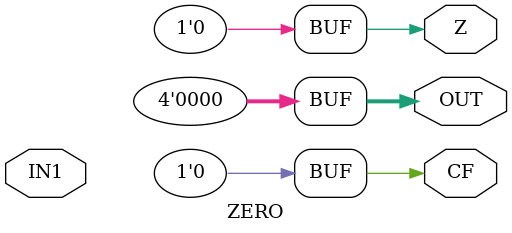
<source format=v>
`timescale 1ns / 1ps


module ZERO(
    input wire[3:0] IN1,
    output wire [3:0] OUT,
    output wire Z,
    output wire CF
    );
    
    assign OUT = 0;
    assign Z = 0;
    assign CF = 0;
endmodule

</source>
